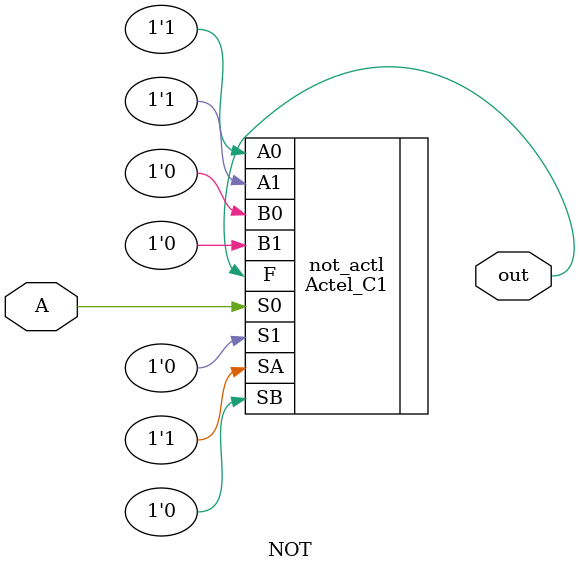
<source format=v>
module NOT (
    input A,
    
    output out
);

    Actel_C1 not_actl(.A0(1'b1), .A1(1'b1), .SA(1'b1), .B0(1'b0), .B1(1'b0), .SB(1'b0), .S0(A), .S1(1'b0), .F(out));

endmodule
</source>
